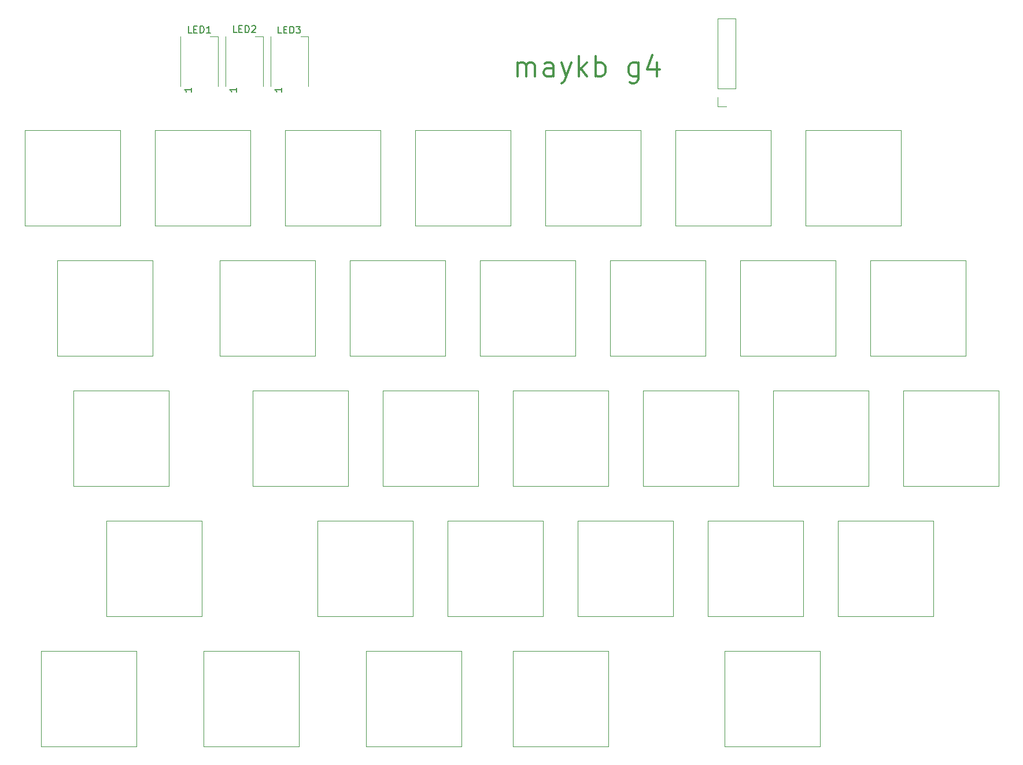
<source format=gbr>
%TF.GenerationSoftware,KiCad,Pcbnew,7.0.9*%
%TF.CreationDate,2024-01-14T19:33:28+01:00*%
%TF.ProjectId,left_pcb,6c656674-5f70-4636-922e-6b696361645f,rev?*%
%TF.SameCoordinates,Original*%
%TF.FileFunction,Legend,Top*%
%TF.FilePolarity,Positive*%
%FSLAX46Y46*%
G04 Gerber Fmt 4.6, Leading zero omitted, Abs format (unit mm)*
G04 Created by KiCad (PCBNEW 7.0.9) date 2024-01-14 19:33:28*
%MOMM*%
%LPD*%
G01*
G04 APERTURE LIST*
%ADD10C,0.300000*%
%ADD11C,0.150000*%
%ADD12C,0.120000*%
%ADD13C,1.700000*%
%ADD14C,4.000000*%
%ADD15C,2.200000*%
%ADD16R,1.700000X1.700000*%
%ADD17O,1.700000X1.700000*%
%ADD18C,3.050000*%
%ADD19R,0.900000X1.500000*%
%ADD20C,1.300000*%
%ADD21C,0.650000*%
%ADD22O,1.000000X1.600000*%
%ADD23O,1.000000X2.100000*%
G04 APERTURE END LIST*
D10*
X12511253Y-28722857D02*
X12511253Y-26722857D01*
X12511253Y-27008571D02*
X12654110Y-26865714D01*
X12654110Y-26865714D02*
X12939825Y-26722857D01*
X12939825Y-26722857D02*
X13368396Y-26722857D01*
X13368396Y-26722857D02*
X13654110Y-26865714D01*
X13654110Y-26865714D02*
X13796968Y-27151428D01*
X13796968Y-27151428D02*
X13796968Y-28722857D01*
X13796968Y-27151428D02*
X13939825Y-26865714D01*
X13939825Y-26865714D02*
X14225539Y-26722857D01*
X14225539Y-26722857D02*
X14654110Y-26722857D01*
X14654110Y-26722857D02*
X14939825Y-26865714D01*
X14939825Y-26865714D02*
X15082682Y-27151428D01*
X15082682Y-27151428D02*
X15082682Y-28722857D01*
X17796968Y-28722857D02*
X17796968Y-27151428D01*
X17796968Y-27151428D02*
X17654110Y-26865714D01*
X17654110Y-26865714D02*
X17368396Y-26722857D01*
X17368396Y-26722857D02*
X16796968Y-26722857D01*
X16796968Y-26722857D02*
X16511253Y-26865714D01*
X17796968Y-28580000D02*
X17511253Y-28722857D01*
X17511253Y-28722857D02*
X16796968Y-28722857D01*
X16796968Y-28722857D02*
X16511253Y-28580000D01*
X16511253Y-28580000D02*
X16368396Y-28294285D01*
X16368396Y-28294285D02*
X16368396Y-28008571D01*
X16368396Y-28008571D02*
X16511253Y-27722857D01*
X16511253Y-27722857D02*
X16796968Y-27580000D01*
X16796968Y-27580000D02*
X17511253Y-27580000D01*
X17511253Y-27580000D02*
X17796968Y-27437142D01*
X18939825Y-26722857D02*
X19654111Y-28722857D01*
X20368396Y-26722857D02*
X19654111Y-28722857D01*
X19654111Y-28722857D02*
X19368396Y-29437142D01*
X19368396Y-29437142D02*
X19225539Y-29580000D01*
X19225539Y-29580000D02*
X18939825Y-29722857D01*
X21511253Y-28722857D02*
X21511253Y-25722857D01*
X21796968Y-27580000D02*
X22654110Y-28722857D01*
X22654110Y-26722857D02*
X21511253Y-27865714D01*
X23939824Y-28722857D02*
X23939824Y-25722857D01*
X23939824Y-26865714D02*
X24225539Y-26722857D01*
X24225539Y-26722857D02*
X24796967Y-26722857D01*
X24796967Y-26722857D02*
X25082681Y-26865714D01*
X25082681Y-26865714D02*
X25225539Y-27008571D01*
X25225539Y-27008571D02*
X25368396Y-27294285D01*
X25368396Y-27294285D02*
X25368396Y-28151428D01*
X25368396Y-28151428D02*
X25225539Y-28437142D01*
X25225539Y-28437142D02*
X25082681Y-28580000D01*
X25082681Y-28580000D02*
X24796967Y-28722857D01*
X24796967Y-28722857D02*
X24225539Y-28722857D01*
X24225539Y-28722857D02*
X23939824Y-28580000D01*
X30225539Y-26722857D02*
X30225539Y-29151428D01*
X30225539Y-29151428D02*
X30082681Y-29437142D01*
X30082681Y-29437142D02*
X29939824Y-29580000D01*
X29939824Y-29580000D02*
X29654110Y-29722857D01*
X29654110Y-29722857D02*
X29225539Y-29722857D01*
X29225539Y-29722857D02*
X28939824Y-29580000D01*
X30225539Y-28580000D02*
X29939824Y-28722857D01*
X29939824Y-28722857D02*
X29368396Y-28722857D01*
X29368396Y-28722857D02*
X29082681Y-28580000D01*
X29082681Y-28580000D02*
X28939824Y-28437142D01*
X28939824Y-28437142D02*
X28796967Y-28151428D01*
X28796967Y-28151428D02*
X28796967Y-27294285D01*
X28796967Y-27294285D02*
X28939824Y-27008571D01*
X28939824Y-27008571D02*
X29082681Y-26865714D01*
X29082681Y-26865714D02*
X29368396Y-26722857D01*
X29368396Y-26722857D02*
X29939824Y-26722857D01*
X29939824Y-26722857D02*
X30225539Y-26865714D01*
X32939825Y-26722857D02*
X32939825Y-28722857D01*
X32225539Y-25580000D02*
X31511253Y-27722857D01*
X31511253Y-27722857D02*
X33368396Y-27722857D01*
D11*
X-35169048Y-22354819D02*
X-35645238Y-22354819D01*
X-35645238Y-22354819D02*
X-35645238Y-21354819D01*
X-34835714Y-21831009D02*
X-34502381Y-21831009D01*
X-34359524Y-22354819D02*
X-34835714Y-22354819D01*
X-34835714Y-22354819D02*
X-34835714Y-21354819D01*
X-34835714Y-21354819D02*
X-34359524Y-21354819D01*
X-33930952Y-22354819D02*
X-33930952Y-21354819D01*
X-33930952Y-21354819D02*
X-33692857Y-21354819D01*
X-33692857Y-21354819D02*
X-33550000Y-21402438D01*
X-33550000Y-21402438D02*
X-33454762Y-21497676D01*
X-33454762Y-21497676D02*
X-33407143Y-21592914D01*
X-33407143Y-21592914D02*
X-33359524Y-21783390D01*
X-33359524Y-21783390D02*
X-33359524Y-21926247D01*
X-33359524Y-21926247D02*
X-33407143Y-22116723D01*
X-33407143Y-22116723D02*
X-33454762Y-22211961D01*
X-33454762Y-22211961D02*
X-33550000Y-22307200D01*
X-33550000Y-22307200D02*
X-33692857Y-22354819D01*
X-33692857Y-22354819D02*
X-33930952Y-22354819D01*
X-32407143Y-22354819D02*
X-32978571Y-22354819D01*
X-32692857Y-22354819D02*
X-32692857Y-21354819D01*
X-32692857Y-21354819D02*
X-32788095Y-21497676D01*
X-32788095Y-21497676D02*
X-32883333Y-21592914D01*
X-32883333Y-21592914D02*
X-32978571Y-21640533D01*
X-35235181Y-30414285D02*
X-35235181Y-30985713D01*
X-35235181Y-30699999D02*
X-36235181Y-30699999D01*
X-36235181Y-30699999D02*
X-36092324Y-30795237D01*
X-36092324Y-30795237D02*
X-35997086Y-30890475D01*
X-35997086Y-30890475D02*
X-35949467Y-30985713D01*
X-28569048Y-22304819D02*
X-29045238Y-22304819D01*
X-29045238Y-22304819D02*
X-29045238Y-21304819D01*
X-28235714Y-21781009D02*
X-27902381Y-21781009D01*
X-27759524Y-22304819D02*
X-28235714Y-22304819D01*
X-28235714Y-22304819D02*
X-28235714Y-21304819D01*
X-28235714Y-21304819D02*
X-27759524Y-21304819D01*
X-27330952Y-22304819D02*
X-27330952Y-21304819D01*
X-27330952Y-21304819D02*
X-27092857Y-21304819D01*
X-27092857Y-21304819D02*
X-26950000Y-21352438D01*
X-26950000Y-21352438D02*
X-26854762Y-21447676D01*
X-26854762Y-21447676D02*
X-26807143Y-21542914D01*
X-26807143Y-21542914D02*
X-26759524Y-21733390D01*
X-26759524Y-21733390D02*
X-26759524Y-21876247D01*
X-26759524Y-21876247D02*
X-26807143Y-22066723D01*
X-26807143Y-22066723D02*
X-26854762Y-22161961D01*
X-26854762Y-22161961D02*
X-26950000Y-22257200D01*
X-26950000Y-22257200D02*
X-27092857Y-22304819D01*
X-27092857Y-22304819D02*
X-27330952Y-22304819D01*
X-26378571Y-21400057D02*
X-26330952Y-21352438D01*
X-26330952Y-21352438D02*
X-26235714Y-21304819D01*
X-26235714Y-21304819D02*
X-25997619Y-21304819D01*
X-25997619Y-21304819D02*
X-25902381Y-21352438D01*
X-25902381Y-21352438D02*
X-25854762Y-21400057D01*
X-25854762Y-21400057D02*
X-25807143Y-21495295D01*
X-25807143Y-21495295D02*
X-25807143Y-21590533D01*
X-25807143Y-21590533D02*
X-25854762Y-21733390D01*
X-25854762Y-21733390D02*
X-26426190Y-22304819D01*
X-26426190Y-22304819D02*
X-25807143Y-22304819D01*
X-28615181Y-30414285D02*
X-28615181Y-30985713D01*
X-28615181Y-30699999D02*
X-29615181Y-30699999D01*
X-29615181Y-30699999D02*
X-29472324Y-30795237D01*
X-29472324Y-30795237D02*
X-29377086Y-30890475D01*
X-29377086Y-30890475D02*
X-29329467Y-30985713D01*
X-22019048Y-22404819D02*
X-22495238Y-22404819D01*
X-22495238Y-22404819D02*
X-22495238Y-21404819D01*
X-21685714Y-21881009D02*
X-21352381Y-21881009D01*
X-21209524Y-22404819D02*
X-21685714Y-22404819D01*
X-21685714Y-22404819D02*
X-21685714Y-21404819D01*
X-21685714Y-21404819D02*
X-21209524Y-21404819D01*
X-20780952Y-22404819D02*
X-20780952Y-21404819D01*
X-20780952Y-21404819D02*
X-20542857Y-21404819D01*
X-20542857Y-21404819D02*
X-20400000Y-21452438D01*
X-20400000Y-21452438D02*
X-20304762Y-21547676D01*
X-20304762Y-21547676D02*
X-20257143Y-21642914D01*
X-20257143Y-21642914D02*
X-20209524Y-21833390D01*
X-20209524Y-21833390D02*
X-20209524Y-21976247D01*
X-20209524Y-21976247D02*
X-20257143Y-22166723D01*
X-20257143Y-22166723D02*
X-20304762Y-22261961D01*
X-20304762Y-22261961D02*
X-20400000Y-22357200D01*
X-20400000Y-22357200D02*
X-20542857Y-22404819D01*
X-20542857Y-22404819D02*
X-20780952Y-22404819D01*
X-19876190Y-21404819D02*
X-19257143Y-21404819D01*
X-19257143Y-21404819D02*
X-19590476Y-21785771D01*
X-19590476Y-21785771D02*
X-19447619Y-21785771D01*
X-19447619Y-21785771D02*
X-19352381Y-21833390D01*
X-19352381Y-21833390D02*
X-19304762Y-21881009D01*
X-19304762Y-21881009D02*
X-19257143Y-21976247D01*
X-19257143Y-21976247D02*
X-19257143Y-22214342D01*
X-19257143Y-22214342D02*
X-19304762Y-22309580D01*
X-19304762Y-22309580D02*
X-19352381Y-22357200D01*
X-19352381Y-22357200D02*
X-19447619Y-22404819D01*
X-19447619Y-22404819D02*
X-19733333Y-22404819D01*
X-19733333Y-22404819D02*
X-19828571Y-22357200D01*
X-19828571Y-22357200D02*
X-19876190Y-22309580D01*
X-21995181Y-30414285D02*
X-21995181Y-30985713D01*
X-21995181Y-30699999D02*
X-22995181Y-30699999D01*
X-22995181Y-30699999D02*
X-22852324Y-30795237D01*
X-22852324Y-30795237D02*
X-22757086Y-30890475D01*
X-22757086Y-30890475D02*
X-22709467Y-30985713D01*
D12*
%TO.C,SW12*%
X-11988100Y-55635000D02*
X1981900Y-55635000D01*
X-11988100Y-69605000D02*
X-11988100Y-55635000D01*
X1981900Y-55635000D02*
X1981900Y-69605000D01*
X1981900Y-69605000D02*
X-11988100Y-69605000D01*
%TO.C,J2*%
X44467218Y-30500000D02*
X44467218Y-20280000D01*
X44467218Y-30500000D02*
X41807218Y-30500000D01*
X44467218Y-20280000D02*
X41807218Y-20280000D01*
X43137218Y-33100000D02*
X41807218Y-33100000D01*
X41807218Y-33100000D02*
X41807218Y-31770000D01*
X41807218Y-30500000D02*
X41807218Y-20280000D01*
%TO.C,SW20*%
X11824400Y-112785000D02*
X25794400Y-112785000D01*
X11824400Y-126755000D02*
X11824400Y-112785000D01*
X25794400Y-112785000D02*
X25794400Y-126755000D01*
X25794400Y-126755000D02*
X11824400Y-126755000D01*
%TO.C,SW31*%
X64211900Y-55635000D02*
X78181900Y-55635000D01*
X64211900Y-69605000D02*
X64211900Y-55635000D01*
X78181900Y-55635000D02*
X78181900Y-69605000D01*
X78181900Y-69605000D02*
X64211900Y-69605000D01*
%TO.C,SW27*%
X45161900Y-55635000D02*
X59131900Y-55635000D01*
X45161900Y-69605000D02*
X45161900Y-55635000D01*
X59131900Y-55635000D02*
X59131900Y-69605000D01*
X59131900Y-69605000D02*
X45161900Y-69605000D01*
%TO.C,SW4*%
X-47632500Y-93735000D02*
X-33662500Y-93735000D01*
X-47632500Y-107705000D02*
X-47632500Y-93735000D01*
X-33662500Y-93735000D02*
X-33662500Y-107705000D01*
X-33662500Y-107705000D02*
X-47632500Y-107705000D01*
%TO.C,SW7*%
X-31038100Y-55635000D02*
X-17068100Y-55635000D01*
X-31038100Y-69605000D02*
X-31038100Y-55635000D01*
X-17068100Y-55635000D02*
X-17068100Y-69605000D01*
X-17068100Y-69605000D02*
X-31038100Y-69605000D01*
%TO.C,LED1*%
X-36840000Y-30200000D02*
X-36840000Y-22900000D01*
X-31340000Y-30200000D02*
X-31340000Y-22900000D01*
X-31340000Y-22900000D02*
X-32490000Y-22900000D01*
%TO.C,SW6*%
X-40563100Y-36585000D02*
X-26593100Y-36585000D01*
X-40563100Y-50555000D02*
X-40563100Y-36585000D01*
X-26593100Y-36585000D02*
X-26593100Y-50555000D01*
X-26593100Y-50555000D02*
X-40563100Y-50555000D01*
%TO.C,SW26*%
X35636900Y-36585000D02*
X49606900Y-36585000D01*
X35636900Y-50555000D02*
X35636900Y-36585000D01*
X49606900Y-36585000D02*
X49606900Y-50555000D01*
X49606900Y-50555000D02*
X35636900Y-50555000D01*
%TO.C,SW29*%
X59449400Y-93735000D02*
X73419400Y-93735000D01*
X59449400Y-107705000D02*
X59449400Y-93735000D01*
X73419400Y-93735000D02*
X73419400Y-107705000D01*
X73419400Y-107705000D02*
X59449400Y-107705000D01*
%TO.C,LED2*%
X-30220000Y-30200000D02*
X-30220000Y-22900000D01*
X-24720000Y-30200000D02*
X-24720000Y-22900000D01*
X-24720000Y-22900000D02*
X-25870000Y-22900000D01*
%TO.C,SW2*%
X-54850100Y-55635000D02*
X-40880100Y-55635000D01*
X-54850100Y-69605000D02*
X-54850100Y-55635000D01*
X-40880100Y-55635000D02*
X-40880100Y-69605000D01*
X-40880100Y-69605000D02*
X-54850100Y-69605000D01*
%TO.C,SW15*%
X-9607100Y-112785000D02*
X4362900Y-112785000D01*
X-9607100Y-126755000D02*
X-9607100Y-112785000D01*
X4362900Y-112785000D02*
X4362900Y-126755000D01*
X4362900Y-126755000D02*
X-9607100Y-126755000D01*
%TO.C,SW17*%
X7061900Y-55635000D02*
X21031900Y-55635000D01*
X7061900Y-69605000D02*
X7061900Y-55635000D01*
X21031900Y-55635000D02*
X21031900Y-69605000D01*
X21031900Y-69605000D02*
X7061900Y-69605000D01*
%TO.C,SW1*%
X-59613100Y-36585000D02*
X-45643100Y-36585000D01*
X-59613100Y-50555000D02*
X-59613100Y-36585000D01*
X-45643100Y-36585000D02*
X-45643100Y-50555000D01*
X-45643100Y-50555000D02*
X-59613100Y-50555000D01*
%TO.C,SW11*%
X-21513100Y-36585000D02*
X-7543100Y-36585000D01*
X-21513100Y-50555000D02*
X-21513100Y-36585000D01*
X-7543100Y-36585000D02*
X-7543100Y-50555000D01*
X-7543100Y-50555000D02*
X-21513100Y-50555000D01*
%TO.C,SW21*%
X16586900Y-36585000D02*
X30556900Y-36585000D01*
X16586900Y-50555000D02*
X16586900Y-36585000D01*
X30556900Y-36585000D02*
X30556900Y-50555000D01*
X30556900Y-50555000D02*
X16586900Y-50555000D01*
%TO.C,SW13*%
X-7225600Y-74685000D02*
X6744400Y-74685000D01*
X-7225600Y-88655000D02*
X-7225600Y-74685000D01*
X6744400Y-74685000D02*
X6744400Y-88655000D01*
X6744400Y-88655000D02*
X-7225600Y-88655000D01*
%TO.C,SW10*%
X-33419600Y-112785000D02*
X-19449600Y-112785000D01*
X-33419600Y-126755000D02*
X-33419600Y-112785000D01*
X-19449600Y-112785000D02*
X-19449600Y-126755000D01*
X-19449600Y-126755000D02*
X-33419600Y-126755000D01*
%TO.C,SW19*%
X21349400Y-93735000D02*
X35319400Y-93735000D01*
X21349400Y-107705000D02*
X21349400Y-93735000D01*
X35319400Y-93735000D02*
X35319400Y-107705000D01*
X35319400Y-107705000D02*
X21349400Y-107705000D01*
%TO.C,SW18*%
X11824400Y-74685000D02*
X25794400Y-74685000D01*
X11824400Y-88655000D02*
X11824400Y-74685000D01*
X25794400Y-74685000D02*
X25794400Y-88655000D01*
X25794400Y-88655000D02*
X11824400Y-88655000D01*
%TO.C,SW30*%
X54686900Y-36585000D02*
X68656900Y-36585000D01*
X54686900Y-50555000D02*
X54686900Y-36585000D01*
X68656900Y-36585000D02*
X68656900Y-50555000D01*
X68656900Y-50555000D02*
X54686900Y-50555000D01*
%TO.C,SW9*%
X-16750600Y-93735000D02*
X-2780600Y-93735000D01*
X-16750600Y-107705000D02*
X-16750600Y-93735000D01*
X-2780600Y-93735000D02*
X-2780600Y-107705000D01*
X-2780600Y-107705000D02*
X-16750600Y-107705000D01*
%TO.C,SW16*%
X-2463100Y-36585000D02*
X11506900Y-36585000D01*
X-2463100Y-50555000D02*
X-2463100Y-36585000D01*
X11506900Y-36585000D02*
X11506900Y-50555000D01*
X11506900Y-50555000D02*
X-2463100Y-50555000D01*
%TO.C,SW22*%
X26111900Y-55635000D02*
X40081900Y-55635000D01*
X26111900Y-69605000D02*
X26111900Y-55635000D01*
X40081900Y-55635000D02*
X40081900Y-69605000D01*
X40081900Y-69605000D02*
X26111900Y-69605000D01*
%TO.C,SW25*%
X42855000Y-112785000D02*
X56825000Y-112785000D01*
X42855000Y-126755000D02*
X42855000Y-112785000D01*
X56825000Y-112785000D02*
X56825000Y-126755000D01*
X56825000Y-126755000D02*
X42855000Y-126755000D01*
%TO.C,LED3*%
X-23600000Y-30200000D02*
X-23600000Y-22900000D01*
X-18100000Y-30200000D02*
X-18100000Y-22900000D01*
X-18100000Y-22900000D02*
X-19250000Y-22900000D01*
%TO.C,SW28*%
X49924400Y-74685000D02*
X63894400Y-74685000D01*
X49924400Y-88655000D02*
X49924400Y-74685000D01*
X63894400Y-74685000D02*
X63894400Y-88655000D01*
X63894400Y-88655000D02*
X49924400Y-88655000D01*
%TO.C,SW23*%
X30874400Y-74685000D02*
X44844400Y-74685000D01*
X30874400Y-88655000D02*
X30874400Y-74685000D01*
X44844400Y-74685000D02*
X44844400Y-88655000D01*
X44844400Y-88655000D02*
X30874400Y-88655000D01*
%TO.C,SW8*%
X-26275600Y-74685000D02*
X-12305600Y-74685000D01*
X-26275600Y-88655000D02*
X-26275600Y-74685000D01*
X-12305600Y-74685000D02*
X-12305600Y-88655000D01*
X-12305600Y-88655000D02*
X-26275600Y-88655000D01*
%TO.C,SW24*%
X40399400Y-93735000D02*
X54369400Y-93735000D01*
X40399400Y-107705000D02*
X40399400Y-93735000D01*
X54369400Y-93735000D02*
X54369400Y-107705000D01*
X54369400Y-107705000D02*
X40399400Y-107705000D01*
%TO.C,SW32*%
X68974400Y-74685000D02*
X82944400Y-74685000D01*
X68974400Y-88655000D02*
X68974400Y-74685000D01*
X82944400Y-74685000D02*
X82944400Y-88655000D01*
X82944400Y-88655000D02*
X68974400Y-88655000D01*
%TO.C,SW14*%
X2299400Y-93735000D02*
X16269400Y-93735000D01*
X2299400Y-107705000D02*
X2299400Y-93735000D01*
X16269400Y-93735000D02*
X16269400Y-107705000D01*
X16269400Y-107705000D02*
X2299400Y-107705000D01*
%TO.C,SW5*%
X-57232100Y-112785000D02*
X-43262100Y-112785000D01*
X-57232100Y-126755000D02*
X-57232100Y-112785000D01*
X-43262100Y-112785000D02*
X-43262100Y-126755000D01*
X-43262100Y-126755000D02*
X-57232100Y-126755000D01*
%TO.C,SW3*%
X-52469100Y-74685000D02*
X-38499100Y-74685000D01*
X-52469100Y-88655000D02*
X-52469100Y-74685000D01*
X-38499100Y-74685000D02*
X-38499100Y-88655000D01*
X-38499100Y-88655000D02*
X-52469100Y-88655000D01*
%TD*%
%LPC*%
D13*
%TO.C,SW12*%
X-10083100Y-62620000D03*
D14*
X-5003100Y-62620000D03*
D13*
X76900Y-62620000D03*
D15*
X-2463100Y-57540000D03*
X-8813100Y-60080000D03*
%TD*%
D16*
%TO.C,J2*%
X43137218Y-31770000D03*
D17*
X43137218Y-29230000D03*
X43137218Y-26690000D03*
X43137218Y-24150000D03*
X43137218Y-21610000D03*
%TD*%
D13*
%TO.C,SW20*%
X13729400Y-119770000D03*
D14*
X18809400Y-119770000D03*
D13*
X23889400Y-119770000D03*
D15*
X21349400Y-114690000D03*
X14999400Y-117230000D03*
%TD*%
D13*
%TO.C,SW31*%
X66116900Y-62620000D03*
D14*
X71196900Y-62620000D03*
D13*
X76276900Y-62620000D03*
D15*
X73736900Y-57540000D03*
X67386900Y-60080000D03*
%TD*%
D13*
%TO.C,SW27*%
X47066900Y-62620000D03*
D14*
X52146900Y-62620000D03*
D13*
X57226900Y-62620000D03*
D15*
X54686900Y-57540000D03*
X48336900Y-60080000D03*
%TD*%
%TO.C,REF\u002A\u002A*%
X68050000Y-129655600D03*
%TD*%
%TO.C,REF\u002A\u002A*%
X-33950000Y-54050000D03*
%TD*%
D18*
%TO.C,SW4*%
X-52547500Y-93720000D03*
D14*
X-52547500Y-108960000D03*
D13*
X-45727500Y-100720000D03*
D14*
X-40647500Y-100720000D03*
D13*
X-35567500Y-100720000D03*
D18*
X-28747500Y-93720000D03*
D14*
X-28747500Y-108960000D03*
D15*
X-38107500Y-95640000D03*
X-44457500Y-98180000D03*
%TD*%
D13*
%TO.C,SW7*%
X-29133100Y-62620000D03*
D14*
X-24053100Y-62620000D03*
D13*
X-18973100Y-62620000D03*
D15*
X-21513100Y-57540000D03*
X-27863100Y-60080000D03*
%TD*%
D19*
%TO.C,LED1*%
X-35740000Y-29000000D03*
X-32440000Y-29000000D03*
X-32440000Y-24100000D03*
X-35740000Y-24100000D03*
%TD*%
D13*
%TO.C,SW6*%
X-38658100Y-43570000D03*
D14*
X-33578100Y-43570000D03*
D13*
X-28498100Y-43570000D03*
D15*
X-31038100Y-38490000D03*
X-37388100Y-41030000D03*
%TD*%
D13*
%TO.C,SW26*%
X37541900Y-43570000D03*
D14*
X42621900Y-43570000D03*
D13*
X47701900Y-43570000D03*
D15*
X45161900Y-38490000D03*
X38811900Y-41030000D03*
%TD*%
%TO.C,REF\u002A\u002A*%
X-30800000Y-74200000D03*
%TD*%
D13*
%TO.C,SW29*%
X61354400Y-100720000D03*
D14*
X66434400Y-100720000D03*
D13*
X71514400Y-100720000D03*
D15*
X68974400Y-95640000D03*
X62624400Y-98180000D03*
%TD*%
D19*
%TO.C,LED2*%
X-29120000Y-29000000D03*
X-25820000Y-29000000D03*
X-25820000Y-24100000D03*
X-29120000Y-24100000D03*
%TD*%
D13*
%TO.C,SW2*%
X-52945100Y-62620000D03*
D14*
X-47865100Y-62620000D03*
D13*
X-42785100Y-62620000D03*
D15*
X-45325100Y-57540000D03*
X-51675100Y-60080000D03*
%TD*%
D13*
%TO.C,SW15*%
X-7702100Y-119770000D03*
D14*
X-2622100Y-119770000D03*
D13*
X2457900Y-119770000D03*
D15*
X-82100Y-114690000D03*
X-6432100Y-117230000D03*
%TD*%
D13*
%TO.C,SW17*%
X8966900Y-62620000D03*
D14*
X14046900Y-62620000D03*
D13*
X19126900Y-62620000D03*
D15*
X16586900Y-57540000D03*
X10236900Y-60080000D03*
%TD*%
%TO.C,REF\u002A\u002A*%
X29150000Y-119600000D03*
%TD*%
D13*
%TO.C,SW1*%
X-57708100Y-43570000D03*
D14*
X-52628100Y-43570000D03*
D13*
X-47548100Y-43570000D03*
D15*
X-50088100Y-38490000D03*
X-56438100Y-41030000D03*
%TD*%
D13*
%TO.C,SW11*%
X-19608100Y-43570000D03*
D14*
X-14528100Y-43570000D03*
D13*
X-9448100Y-43570000D03*
D15*
X-11988100Y-38490000D03*
X-18338100Y-41030000D03*
%TD*%
D13*
%TO.C,SW21*%
X18491900Y-43570000D03*
D14*
X23571900Y-43570000D03*
D13*
X28651900Y-43570000D03*
D15*
X26111900Y-38490000D03*
X19761900Y-41030000D03*
%TD*%
%TO.C,REF\u002A\u002A*%
X-20800000Y-95550000D03*
%TD*%
%TO.C,REF\u002A\u002A*%
X66999600Y-23655600D03*
%TD*%
%TO.C,REF\u002A\u002A*%
X-58450000Y-110155600D03*
%TD*%
D13*
%TO.C,SW13*%
X-5320600Y-81670000D03*
D14*
X-240600Y-81670000D03*
D13*
X4839400Y-81670000D03*
D15*
X2299400Y-76590000D03*
X-4050600Y-79130000D03*
%TD*%
%TO.C,REF\u002A\u002A*%
X66400000Y-72655600D03*
%TD*%
%TO.C,REF\u002A\u002A*%
X-57950400Y-23655600D03*
%TD*%
D13*
%TO.C,SW10*%
X-31514600Y-119770000D03*
D14*
X-26434600Y-119770000D03*
D13*
X-21354600Y-119770000D03*
D15*
X-23894600Y-114690000D03*
X-30244600Y-117230000D03*
%TD*%
D13*
%TO.C,SW19*%
X23254400Y-100720000D03*
D14*
X28334400Y-100720000D03*
D13*
X33414400Y-100720000D03*
D15*
X30874400Y-95640000D03*
X24524400Y-98180000D03*
%TD*%
D13*
%TO.C,SW18*%
X13729400Y-81670000D03*
D14*
X18809400Y-81670000D03*
D13*
X23889400Y-81670000D03*
D15*
X21349400Y-76590000D03*
X14999400Y-79130000D03*
%TD*%
D13*
%TO.C,SW30*%
X56591900Y-43570000D03*
D14*
X61671900Y-43570000D03*
D13*
X66751900Y-43570000D03*
D15*
X64211900Y-38490000D03*
X57861900Y-41030000D03*
%TD*%
D13*
%TO.C,SW9*%
X-14845600Y-100720000D03*
D14*
X-9765600Y-100720000D03*
D13*
X-4685600Y-100720000D03*
D15*
X-7225600Y-95640000D03*
X-13575600Y-98180000D03*
%TD*%
D13*
%TO.C,SW16*%
X-558100Y-43570000D03*
D14*
X4521900Y-43570000D03*
D13*
X9601900Y-43570000D03*
D15*
X7061900Y-38490000D03*
X711900Y-41030000D03*
%TD*%
D13*
%TO.C,SW22*%
X28016900Y-62620000D03*
D14*
X33096900Y-62620000D03*
D13*
X38176900Y-62620000D03*
D15*
X35636900Y-57540000D03*
X29286900Y-60080000D03*
%TD*%
D18*
%TO.C,SW25*%
X37940000Y-112770000D03*
D14*
X37940000Y-128010000D03*
D13*
X44760000Y-119770000D03*
D14*
X49840000Y-119770000D03*
D13*
X54920000Y-119770000D03*
D18*
X61740000Y-112770000D03*
D14*
X61740000Y-128010000D03*
D15*
X52380000Y-114690000D03*
X46030000Y-117230000D03*
%TD*%
D19*
%TO.C,LED3*%
X-22500000Y-29000000D03*
X-19200000Y-29000000D03*
X-19200000Y-24100000D03*
X-22500000Y-24100000D03*
%TD*%
D13*
%TO.C,SW28*%
X51829400Y-81670000D03*
D14*
X56909400Y-81670000D03*
D13*
X61989400Y-81670000D03*
D15*
X59449400Y-76590000D03*
X53099400Y-79130000D03*
%TD*%
D13*
%TO.C,SW23*%
X32779400Y-81670000D03*
D14*
X37859400Y-81670000D03*
D13*
X42939400Y-81670000D03*
D15*
X40399400Y-76590000D03*
X34049400Y-79130000D03*
%TD*%
%TO.C,REF\u002A\u002A*%
X-58050400Y-129655600D03*
%TD*%
D13*
%TO.C,SW8*%
X-24370600Y-81670000D03*
D14*
X-19290600Y-81670000D03*
D13*
X-14210600Y-81670000D03*
D15*
X-16750600Y-76590000D03*
X-23100600Y-79130000D03*
%TD*%
%TO.C,REF\u002A\u002A*%
X23600000Y-53850000D03*
%TD*%
D13*
%TO.C,SW24*%
X42304400Y-100720000D03*
D14*
X47384400Y-100720000D03*
D13*
X52464400Y-100720000D03*
D15*
X49924400Y-95640000D03*
X43574400Y-98180000D03*
%TD*%
D13*
%TO.C,SW32*%
X70879400Y-81670000D03*
D14*
X75959400Y-81670000D03*
D13*
X81039400Y-81670000D03*
D15*
X78499400Y-76590000D03*
X72149400Y-79130000D03*
%TD*%
D13*
%TO.C,SW14*%
X4204400Y-100720000D03*
D14*
X9284400Y-100720000D03*
D13*
X14364400Y-100720000D03*
D15*
X11824400Y-95640000D03*
X5474400Y-98180000D03*
%TD*%
D13*
%TO.C,SW5*%
X-55327100Y-119770000D03*
D14*
X-50247100Y-119770000D03*
D13*
X-45167100Y-119770000D03*
D15*
X-47707100Y-114690000D03*
X-54057100Y-117230000D03*
%TD*%
D13*
%TO.C,SW3*%
X-50564100Y-81670000D03*
D14*
X-45484100Y-81670000D03*
D13*
X-40404100Y-81670000D03*
D15*
X-42944100Y-76590000D03*
X-49294100Y-79130000D03*
%TD*%
%TO.C,REF\u002A\u002A*%
X9200000Y-72900000D03*
%TD*%
D20*
%TO.C,J3*%
X-44600000Y-28550000D03*
X-44600000Y-21550000D03*
%TD*%
%TO.C,J4*%
X53500000Y-28550000D03*
X53500000Y-21550000D03*
%TD*%
D21*
%TO.C,J1*%
X-9644032Y-24155450D03*
X-3864032Y-24155450D03*
D22*
X-11074032Y-20505450D03*
D23*
X-11074032Y-24685450D03*
D22*
X-2434032Y-20505450D03*
D23*
X-2434032Y-24685450D03*
%TD*%
%LPD*%
M02*

</source>
